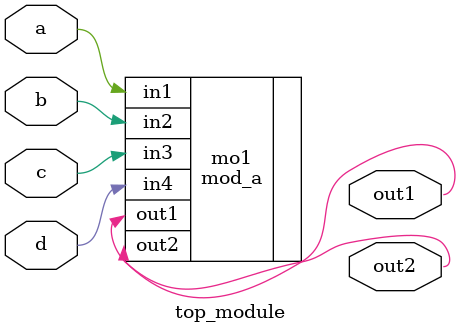
<source format=v>
module top_module ( 
    input a, 
    input b, 
    input c,
    input d,
    output out1,
    output out2
);
    mod_a mo1(.in1(a), .in2(b), .in3(c), .in4(d), .out1(out1), .out2(out2));
endmodule


</source>
